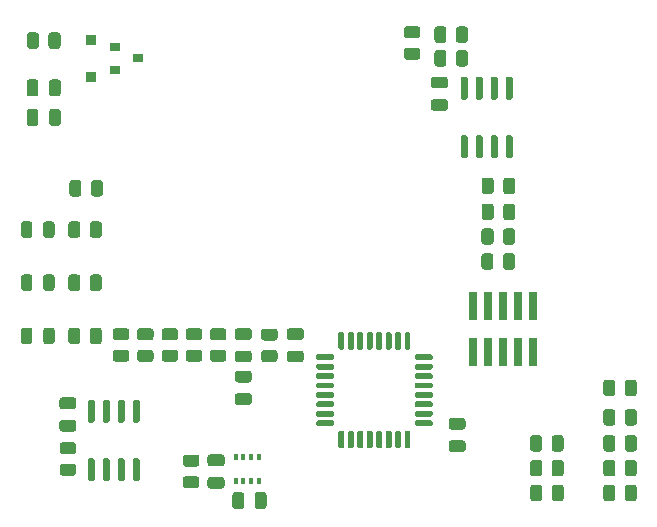
<source format=gtp>
G04 #@! TF.GenerationSoftware,KiCad,Pcbnew,(5.1.8)-1*
G04 #@! TF.CreationDate,2020-12-29T20:44:18-05:00*
G04 #@! TF.ProjectId,rpi_sensor_hat,7270695f-7365-46e7-936f-725f6861742e,rev?*
G04 #@! TF.SameCoordinates,Original*
G04 #@! TF.FileFunction,Paste,Top*
G04 #@! TF.FilePolarity,Positive*
%FSLAX46Y46*%
G04 Gerber Fmt 4.6, Leading zero omitted, Abs format (unit mm)*
G04 Created by KiCad (PCBNEW (5.1.8)-1) date 2020-12-29 20:44:18*
%MOMM*%
%LPD*%
G01*
G04 APERTURE LIST*
%ADD10R,0.740000X2.400000*%
%ADD11R,0.900000X0.800000*%
%ADD12R,0.950000X0.900000*%
%ADD13R,0.350000X0.500000*%
G04 APERTURE END LIST*
G36*
G01*
X61700000Y-70549999D02*
X61700000Y-71450001D01*
G75*
G02*
X61450001Y-71700000I-249999J0D01*
G01*
X60924999Y-71700000D01*
G75*
G02*
X60675000Y-71450001I0J249999D01*
G01*
X60675000Y-70549999D01*
G75*
G02*
X60924999Y-70300000I249999J0D01*
G01*
X61450001Y-70300000D01*
G75*
G02*
X61700000Y-70549999I0J-249999D01*
G01*
G37*
G36*
G01*
X63525000Y-70549999D02*
X63525000Y-71450001D01*
G75*
G02*
X63275001Y-71700000I-249999J0D01*
G01*
X62749999Y-71700000D01*
G75*
G02*
X62500000Y-71450001I0J249999D01*
G01*
X62500000Y-70549999D01*
G75*
G02*
X62749999Y-70300000I249999J0D01*
G01*
X63275001Y-70300000D01*
G75*
G02*
X63525000Y-70549999I0J-249999D01*
G01*
G37*
G36*
G01*
X72824999Y-84675000D02*
X73725001Y-84675000D01*
G75*
G02*
X73975000Y-84924999I0J-249999D01*
G01*
X73975000Y-85450001D01*
G75*
G02*
X73725001Y-85700000I-249999J0D01*
G01*
X72824999Y-85700000D01*
G75*
G02*
X72575000Y-85450001I0J249999D01*
G01*
X72575000Y-84924999D01*
G75*
G02*
X72824999Y-84675000I249999J0D01*
G01*
G37*
G36*
G01*
X72824999Y-82850000D02*
X73725001Y-82850000D01*
G75*
G02*
X73975000Y-83099999I0J-249999D01*
G01*
X73975000Y-83625001D01*
G75*
G02*
X73725001Y-83875000I-249999J0D01*
G01*
X72824999Y-83875000D01*
G75*
G02*
X72575000Y-83625001I0J249999D01*
G01*
X72575000Y-83099999D01*
G75*
G02*
X72824999Y-82850000I249999J0D01*
G01*
G37*
G36*
G01*
X61600000Y-83049999D02*
X61600000Y-83950001D01*
G75*
G02*
X61350001Y-84200000I-249999J0D01*
G01*
X60824999Y-84200000D01*
G75*
G02*
X60575000Y-83950001I0J249999D01*
G01*
X60575000Y-83049999D01*
G75*
G02*
X60824999Y-82800000I249999J0D01*
G01*
X61350001Y-82800000D01*
G75*
G02*
X61600000Y-83049999I0J-249999D01*
G01*
G37*
G36*
G01*
X63425000Y-83049999D02*
X63425000Y-83950001D01*
G75*
G02*
X63175001Y-84200000I-249999J0D01*
G01*
X62649999Y-84200000D01*
G75*
G02*
X62400000Y-83950001I0J249999D01*
G01*
X62400000Y-83049999D01*
G75*
G02*
X62649999Y-82800000I249999J0D01*
G01*
X63175001Y-82800000D01*
G75*
G02*
X63425000Y-83049999I0J-249999D01*
G01*
G37*
G36*
G01*
X61600000Y-78549999D02*
X61600000Y-79450001D01*
G75*
G02*
X61350001Y-79700000I-249999J0D01*
G01*
X60824999Y-79700000D01*
G75*
G02*
X60575000Y-79450001I0J249999D01*
G01*
X60575000Y-78549999D01*
G75*
G02*
X60824999Y-78300000I249999J0D01*
G01*
X61350001Y-78300000D01*
G75*
G02*
X61600000Y-78549999I0J-249999D01*
G01*
G37*
G36*
G01*
X63425000Y-78549999D02*
X63425000Y-79450001D01*
G75*
G02*
X63175001Y-79700000I-249999J0D01*
G01*
X62649999Y-79700000D01*
G75*
G02*
X62400000Y-79450001I0J249999D01*
G01*
X62400000Y-78549999D01*
G75*
G02*
X62649999Y-78300000I249999J0D01*
G01*
X63175001Y-78300000D01*
G75*
G02*
X63425000Y-78549999I0J-249999D01*
G01*
G37*
G36*
G01*
X77149999Y-84700000D02*
X78050001Y-84700000D01*
G75*
G02*
X78300000Y-84949999I0J-249999D01*
G01*
X78300000Y-85475001D01*
G75*
G02*
X78050001Y-85725000I-249999J0D01*
G01*
X77149999Y-85725000D01*
G75*
G02*
X76900000Y-85475001I0J249999D01*
G01*
X76900000Y-84949999D01*
G75*
G02*
X77149999Y-84700000I249999J0D01*
G01*
G37*
G36*
G01*
X77149999Y-82875000D02*
X78050001Y-82875000D01*
G75*
G02*
X78300000Y-83124999I0J-249999D01*
G01*
X78300000Y-83650001D01*
G75*
G02*
X78050001Y-83900000I-249999J0D01*
G01*
X77149999Y-83900000D01*
G75*
G02*
X76900000Y-83650001I0J249999D01*
G01*
X76900000Y-83124999D01*
G75*
G02*
X77149999Y-82875000I249999J0D01*
G01*
G37*
G36*
G01*
X100700000Y-96349999D02*
X100700000Y-97250001D01*
G75*
G02*
X100450001Y-97500000I-249999J0D01*
G01*
X99924999Y-97500000D01*
G75*
G02*
X99675000Y-97250001I0J249999D01*
G01*
X99675000Y-96349999D01*
G75*
G02*
X99924999Y-96100000I249999J0D01*
G01*
X100450001Y-96100000D01*
G75*
G02*
X100700000Y-96349999I0J-249999D01*
G01*
G37*
G36*
G01*
X102525000Y-96349999D02*
X102525000Y-97250001D01*
G75*
G02*
X102275001Y-97500000I-249999J0D01*
G01*
X101749999Y-97500000D01*
G75*
G02*
X101500000Y-97250001I0J249999D01*
G01*
X101500000Y-96349999D01*
G75*
G02*
X101749999Y-96100000I249999J0D01*
G01*
X102275001Y-96100000D01*
G75*
G02*
X102525000Y-96349999I0J-249999D01*
G01*
G37*
G36*
G01*
X106900000Y-96349999D02*
X106900000Y-97250001D01*
G75*
G02*
X106650001Y-97500000I-249999J0D01*
G01*
X106124999Y-97500000D01*
G75*
G02*
X105875000Y-97250001I0J249999D01*
G01*
X105875000Y-96349999D01*
G75*
G02*
X106124999Y-96100000I249999J0D01*
G01*
X106650001Y-96100000D01*
G75*
G02*
X106900000Y-96349999I0J-249999D01*
G01*
G37*
G36*
G01*
X108725000Y-96349999D02*
X108725000Y-97250001D01*
G75*
G02*
X108475001Y-97500000I-249999J0D01*
G01*
X107949999Y-97500000D01*
G75*
G02*
X107700000Y-97250001I0J249999D01*
G01*
X107700000Y-96349999D01*
G75*
G02*
X107949999Y-96100000I249999J0D01*
G01*
X108475001Y-96100000D01*
G75*
G02*
X108725000Y-96349999I0J-249999D01*
G01*
G37*
G36*
G01*
X97390000Y-75540001D02*
X97390000Y-74639999D01*
G75*
G02*
X97639999Y-74390000I249999J0D01*
G01*
X98165001Y-74390000D01*
G75*
G02*
X98415000Y-74639999I0J-249999D01*
G01*
X98415000Y-75540001D01*
G75*
G02*
X98165001Y-75790000I-249999J0D01*
G01*
X97639999Y-75790000D01*
G75*
G02*
X97390000Y-75540001I0J249999D01*
G01*
G37*
G36*
G01*
X95565000Y-75540001D02*
X95565000Y-74639999D01*
G75*
G02*
X95814999Y-74390000I249999J0D01*
G01*
X96340001Y-74390000D01*
G75*
G02*
X96590000Y-74639999I0J-249999D01*
G01*
X96590000Y-75540001D01*
G75*
G02*
X96340001Y-75790000I-249999J0D01*
G01*
X95814999Y-75790000D01*
G75*
G02*
X95565000Y-75540001I0J249999D01*
G01*
G37*
G36*
G01*
X97380000Y-77650001D02*
X97380000Y-76749999D01*
G75*
G02*
X97629999Y-76500000I249999J0D01*
G01*
X98155001Y-76500000D01*
G75*
G02*
X98405000Y-76749999I0J-249999D01*
G01*
X98405000Y-77650001D01*
G75*
G02*
X98155001Y-77900000I-249999J0D01*
G01*
X97629999Y-77900000D01*
G75*
G02*
X97380000Y-77650001I0J249999D01*
G01*
G37*
G36*
G01*
X95555000Y-77650001D02*
X95555000Y-76749999D01*
G75*
G02*
X95804999Y-76500000I249999J0D01*
G01*
X96330001Y-76500000D01*
G75*
G02*
X96580000Y-76749999I0J-249999D01*
G01*
X96580000Y-77650001D01*
G75*
G02*
X96330001Y-77900000I-249999J0D01*
G01*
X95804999Y-77900000D01*
G75*
G02*
X95555000Y-77650001I0J249999D01*
G01*
G37*
G36*
G01*
X100700000Y-94249999D02*
X100700000Y-95150001D01*
G75*
G02*
X100450001Y-95400000I-249999J0D01*
G01*
X99924999Y-95400000D01*
G75*
G02*
X99675000Y-95150001I0J249999D01*
G01*
X99675000Y-94249999D01*
G75*
G02*
X99924999Y-94000000I249999J0D01*
G01*
X100450001Y-94000000D01*
G75*
G02*
X100700000Y-94249999I0J-249999D01*
G01*
G37*
G36*
G01*
X102525000Y-94249999D02*
X102525000Y-95150001D01*
G75*
G02*
X102275001Y-95400000I-249999J0D01*
G01*
X101749999Y-95400000D01*
G75*
G02*
X101500000Y-95150001I0J249999D01*
G01*
X101500000Y-94249999D01*
G75*
G02*
X101749999Y-94000000I249999J0D01*
G01*
X102275001Y-94000000D01*
G75*
G02*
X102525000Y-94249999I0J-249999D01*
G01*
G37*
G36*
G01*
X106900000Y-94249999D02*
X106900000Y-95150001D01*
G75*
G02*
X106650001Y-95400000I-249999J0D01*
G01*
X106124999Y-95400000D01*
G75*
G02*
X105875000Y-95150001I0J249999D01*
G01*
X105875000Y-94249999D01*
G75*
G02*
X106124999Y-94000000I249999J0D01*
G01*
X106650001Y-94000000D01*
G75*
G02*
X106900000Y-94249999I0J-249999D01*
G01*
G37*
G36*
G01*
X108725000Y-94249999D02*
X108725000Y-95150001D01*
G75*
G02*
X108475001Y-95400000I-249999J0D01*
G01*
X107949999Y-95400000D01*
G75*
G02*
X107700000Y-95150001I0J249999D01*
G01*
X107700000Y-94249999D01*
G75*
G02*
X107949999Y-94000000I249999J0D01*
G01*
X108475001Y-94000000D01*
G75*
G02*
X108725000Y-94249999I0J-249999D01*
G01*
G37*
G36*
G01*
X96600000Y-70349999D02*
X96600000Y-71250001D01*
G75*
G02*
X96350001Y-71500000I-249999J0D01*
G01*
X95824999Y-71500000D01*
G75*
G02*
X95575000Y-71250001I0J249999D01*
G01*
X95575000Y-70349999D01*
G75*
G02*
X95824999Y-70100000I249999J0D01*
G01*
X96350001Y-70100000D01*
G75*
G02*
X96600000Y-70349999I0J-249999D01*
G01*
G37*
G36*
G01*
X98425000Y-70349999D02*
X98425000Y-71250001D01*
G75*
G02*
X98175001Y-71500000I-249999J0D01*
G01*
X97649999Y-71500000D01*
G75*
G02*
X97400000Y-71250001I0J249999D01*
G01*
X97400000Y-70349999D01*
G75*
G02*
X97649999Y-70100000I249999J0D01*
G01*
X98175001Y-70100000D01*
G75*
G02*
X98425000Y-70349999I0J-249999D01*
G01*
G37*
G36*
G01*
X97400000Y-73450001D02*
X97400000Y-72549999D01*
G75*
G02*
X97649999Y-72300000I249999J0D01*
G01*
X98175001Y-72300000D01*
G75*
G02*
X98425000Y-72549999I0J-249999D01*
G01*
X98425000Y-73450001D01*
G75*
G02*
X98175001Y-73700000I-249999J0D01*
G01*
X97649999Y-73700000D01*
G75*
G02*
X97400000Y-73450001I0J249999D01*
G01*
G37*
G36*
G01*
X95575000Y-73450001D02*
X95575000Y-72549999D01*
G75*
G02*
X95824999Y-72300000I249999J0D01*
G01*
X96350001Y-72300000D01*
G75*
G02*
X96600000Y-72549999I0J-249999D01*
G01*
X96600000Y-73450001D01*
G75*
G02*
X96350001Y-73700000I-249999J0D01*
G01*
X95824999Y-73700000D01*
G75*
G02*
X95575000Y-73450001I0J249999D01*
G01*
G37*
G36*
G01*
X100700000Y-92149999D02*
X100700000Y-93050001D01*
G75*
G02*
X100450001Y-93300000I-249999J0D01*
G01*
X99924999Y-93300000D01*
G75*
G02*
X99675000Y-93050001I0J249999D01*
G01*
X99675000Y-92149999D01*
G75*
G02*
X99924999Y-91900000I249999J0D01*
G01*
X100450001Y-91900000D01*
G75*
G02*
X100700000Y-92149999I0J-249999D01*
G01*
G37*
G36*
G01*
X102525000Y-92149999D02*
X102525000Y-93050001D01*
G75*
G02*
X102275001Y-93300000I-249999J0D01*
G01*
X101749999Y-93300000D01*
G75*
G02*
X101500000Y-93050001I0J249999D01*
G01*
X101500000Y-92149999D01*
G75*
G02*
X101749999Y-91900000I249999J0D01*
G01*
X102275001Y-91900000D01*
G75*
G02*
X102525000Y-92149999I0J-249999D01*
G01*
G37*
G36*
G01*
X106900000Y-92149999D02*
X106900000Y-93050001D01*
G75*
G02*
X106650001Y-93300000I-249999J0D01*
G01*
X106124999Y-93300000D01*
G75*
G02*
X105875000Y-93050001I0J249999D01*
G01*
X105875000Y-92149999D01*
G75*
G02*
X106124999Y-91900000I249999J0D01*
G01*
X106650001Y-91900000D01*
G75*
G02*
X106900000Y-92149999I0J-249999D01*
G01*
G37*
G36*
G01*
X108725000Y-92149999D02*
X108725000Y-93050001D01*
G75*
G02*
X108475001Y-93300000I-249999J0D01*
G01*
X107949999Y-93300000D01*
G75*
G02*
X107700000Y-93050001I0J249999D01*
G01*
X107700000Y-92149999D01*
G75*
G02*
X107949999Y-91900000I249999J0D01*
G01*
X108475001Y-91900000D01*
G75*
G02*
X108725000Y-92149999I0J-249999D01*
G01*
G37*
G36*
G01*
X60089999Y-94320000D02*
X60990001Y-94320000D01*
G75*
G02*
X61240000Y-94569999I0J-249999D01*
G01*
X61240000Y-95095001D01*
G75*
G02*
X60990001Y-95345000I-249999J0D01*
G01*
X60089999Y-95345000D01*
G75*
G02*
X59840000Y-95095001I0J249999D01*
G01*
X59840000Y-94569999D01*
G75*
G02*
X60089999Y-94320000I249999J0D01*
G01*
G37*
G36*
G01*
X60089999Y-92495000D02*
X60990001Y-92495000D01*
G75*
G02*
X61240000Y-92744999I0J-249999D01*
G01*
X61240000Y-93270001D01*
G75*
G02*
X60990001Y-93520000I-249999J0D01*
G01*
X60089999Y-93520000D01*
G75*
G02*
X59840000Y-93270001I0J249999D01*
G01*
X59840000Y-92744999D01*
G75*
G02*
X60089999Y-92495000I249999J0D01*
G01*
G37*
D10*
X99940000Y-80950000D03*
X99940000Y-84850000D03*
X98670000Y-80950000D03*
X98670000Y-84850000D03*
X97400000Y-80950000D03*
X97400000Y-84850000D03*
X96130000Y-80950000D03*
X96130000Y-84850000D03*
X94860000Y-80950000D03*
X94860000Y-84850000D03*
G36*
G01*
X58450000Y-83956250D02*
X58450000Y-83043750D01*
G75*
G02*
X58693750Y-82800000I243750J0D01*
G01*
X59181250Y-82800000D01*
G75*
G02*
X59425000Y-83043750I0J-243750D01*
G01*
X59425000Y-83956250D01*
G75*
G02*
X59181250Y-84200000I-243750J0D01*
G01*
X58693750Y-84200000D01*
G75*
G02*
X58450000Y-83956250I0J243750D01*
G01*
G37*
G36*
G01*
X56575000Y-83956250D02*
X56575000Y-83043750D01*
G75*
G02*
X56818750Y-82800000I243750J0D01*
G01*
X57306250Y-82800000D01*
G75*
G02*
X57550000Y-83043750I0J-243750D01*
G01*
X57550000Y-83956250D01*
G75*
G02*
X57306250Y-84200000I-243750J0D01*
G01*
X56818750Y-84200000D01*
G75*
G02*
X56575000Y-83956250I0J243750D01*
G01*
G37*
G36*
G01*
X58450000Y-79456250D02*
X58450000Y-78543750D01*
G75*
G02*
X58693750Y-78300000I243750J0D01*
G01*
X59181250Y-78300000D01*
G75*
G02*
X59425000Y-78543750I0J-243750D01*
G01*
X59425000Y-79456250D01*
G75*
G02*
X59181250Y-79700000I-243750J0D01*
G01*
X58693750Y-79700000D01*
G75*
G02*
X58450000Y-79456250I0J243750D01*
G01*
G37*
G36*
G01*
X56575000Y-79456250D02*
X56575000Y-78543750D01*
G75*
G02*
X56818750Y-78300000I243750J0D01*
G01*
X57306250Y-78300000D01*
G75*
G02*
X57550000Y-78543750I0J-243750D01*
G01*
X57550000Y-79456250D01*
G75*
G02*
X57306250Y-79700000I-243750J0D01*
G01*
X56818750Y-79700000D01*
G75*
G02*
X56575000Y-79456250I0J243750D01*
G01*
G37*
G36*
G01*
X75875000Y-83850000D02*
X74925000Y-83850000D01*
G75*
G02*
X74675000Y-83600000I0J250000D01*
G01*
X74675000Y-83100000D01*
G75*
G02*
X74925000Y-82850000I250000J0D01*
G01*
X75875000Y-82850000D01*
G75*
G02*
X76125000Y-83100000I0J-250000D01*
G01*
X76125000Y-83600000D01*
G75*
G02*
X75875000Y-83850000I-250000J0D01*
G01*
G37*
G36*
G01*
X75875000Y-85750000D02*
X74925000Y-85750000D01*
G75*
G02*
X74675000Y-85500000I0J250000D01*
G01*
X74675000Y-85000000D01*
G75*
G02*
X74925000Y-84750000I250000J0D01*
G01*
X75875000Y-84750000D01*
G75*
G02*
X76125000Y-85000000I0J-250000D01*
G01*
X76125000Y-85500000D01*
G75*
G02*
X75875000Y-85750000I-250000J0D01*
G01*
G37*
G36*
G01*
X83450000Y-84550000D02*
X83450000Y-83300000D01*
G75*
G02*
X83575000Y-83175000I125000J0D01*
G01*
X83825000Y-83175000D01*
G75*
G02*
X83950000Y-83300000I0J-125000D01*
G01*
X83950000Y-84550000D01*
G75*
G02*
X83825000Y-84675000I-125000J0D01*
G01*
X83575000Y-84675000D01*
G75*
G02*
X83450000Y-84550000I0J125000D01*
G01*
G37*
G36*
G01*
X84250000Y-84550000D02*
X84250000Y-83300000D01*
G75*
G02*
X84375000Y-83175000I125000J0D01*
G01*
X84625000Y-83175000D01*
G75*
G02*
X84750000Y-83300000I0J-125000D01*
G01*
X84750000Y-84550000D01*
G75*
G02*
X84625000Y-84675000I-125000J0D01*
G01*
X84375000Y-84675000D01*
G75*
G02*
X84250000Y-84550000I0J125000D01*
G01*
G37*
G36*
G01*
X85050000Y-84550000D02*
X85050000Y-83300000D01*
G75*
G02*
X85175000Y-83175000I125000J0D01*
G01*
X85425000Y-83175000D01*
G75*
G02*
X85550000Y-83300000I0J-125000D01*
G01*
X85550000Y-84550000D01*
G75*
G02*
X85425000Y-84675000I-125000J0D01*
G01*
X85175000Y-84675000D01*
G75*
G02*
X85050000Y-84550000I0J125000D01*
G01*
G37*
G36*
G01*
X85850000Y-84550000D02*
X85850000Y-83300000D01*
G75*
G02*
X85975000Y-83175000I125000J0D01*
G01*
X86225000Y-83175000D01*
G75*
G02*
X86350000Y-83300000I0J-125000D01*
G01*
X86350000Y-84550000D01*
G75*
G02*
X86225000Y-84675000I-125000J0D01*
G01*
X85975000Y-84675000D01*
G75*
G02*
X85850000Y-84550000I0J125000D01*
G01*
G37*
G36*
G01*
X86650000Y-84550000D02*
X86650000Y-83300000D01*
G75*
G02*
X86775000Y-83175000I125000J0D01*
G01*
X87025000Y-83175000D01*
G75*
G02*
X87150000Y-83300000I0J-125000D01*
G01*
X87150000Y-84550000D01*
G75*
G02*
X87025000Y-84675000I-125000J0D01*
G01*
X86775000Y-84675000D01*
G75*
G02*
X86650000Y-84550000I0J125000D01*
G01*
G37*
G36*
G01*
X87450000Y-84550000D02*
X87450000Y-83300000D01*
G75*
G02*
X87575000Y-83175000I125000J0D01*
G01*
X87825000Y-83175000D01*
G75*
G02*
X87950000Y-83300000I0J-125000D01*
G01*
X87950000Y-84550000D01*
G75*
G02*
X87825000Y-84675000I-125000J0D01*
G01*
X87575000Y-84675000D01*
G75*
G02*
X87450000Y-84550000I0J125000D01*
G01*
G37*
G36*
G01*
X88250000Y-84550000D02*
X88250000Y-83300000D01*
G75*
G02*
X88375000Y-83175000I125000J0D01*
G01*
X88625000Y-83175000D01*
G75*
G02*
X88750000Y-83300000I0J-125000D01*
G01*
X88750000Y-84550000D01*
G75*
G02*
X88625000Y-84675000I-125000J0D01*
G01*
X88375000Y-84675000D01*
G75*
G02*
X88250000Y-84550000I0J125000D01*
G01*
G37*
G36*
G01*
X89050000Y-84550000D02*
X89050000Y-83300000D01*
G75*
G02*
X89175000Y-83175000I125000J0D01*
G01*
X89425000Y-83175000D01*
G75*
G02*
X89550000Y-83300000I0J-125000D01*
G01*
X89550000Y-84550000D01*
G75*
G02*
X89425000Y-84675000I-125000J0D01*
G01*
X89175000Y-84675000D01*
G75*
G02*
X89050000Y-84550000I0J125000D01*
G01*
G37*
G36*
G01*
X89925000Y-85425000D02*
X89925000Y-85175000D01*
G75*
G02*
X90050000Y-85050000I125000J0D01*
G01*
X91300000Y-85050000D01*
G75*
G02*
X91425000Y-85175000I0J-125000D01*
G01*
X91425000Y-85425000D01*
G75*
G02*
X91300000Y-85550000I-125000J0D01*
G01*
X90050000Y-85550000D01*
G75*
G02*
X89925000Y-85425000I0J125000D01*
G01*
G37*
G36*
G01*
X89925000Y-86225000D02*
X89925000Y-85975000D01*
G75*
G02*
X90050000Y-85850000I125000J0D01*
G01*
X91300000Y-85850000D01*
G75*
G02*
X91425000Y-85975000I0J-125000D01*
G01*
X91425000Y-86225000D01*
G75*
G02*
X91300000Y-86350000I-125000J0D01*
G01*
X90050000Y-86350000D01*
G75*
G02*
X89925000Y-86225000I0J125000D01*
G01*
G37*
G36*
G01*
X89925000Y-87025000D02*
X89925000Y-86775000D01*
G75*
G02*
X90050000Y-86650000I125000J0D01*
G01*
X91300000Y-86650000D01*
G75*
G02*
X91425000Y-86775000I0J-125000D01*
G01*
X91425000Y-87025000D01*
G75*
G02*
X91300000Y-87150000I-125000J0D01*
G01*
X90050000Y-87150000D01*
G75*
G02*
X89925000Y-87025000I0J125000D01*
G01*
G37*
G36*
G01*
X89925000Y-87825000D02*
X89925000Y-87575000D01*
G75*
G02*
X90050000Y-87450000I125000J0D01*
G01*
X91300000Y-87450000D01*
G75*
G02*
X91425000Y-87575000I0J-125000D01*
G01*
X91425000Y-87825000D01*
G75*
G02*
X91300000Y-87950000I-125000J0D01*
G01*
X90050000Y-87950000D01*
G75*
G02*
X89925000Y-87825000I0J125000D01*
G01*
G37*
G36*
G01*
X89925000Y-88625000D02*
X89925000Y-88375000D01*
G75*
G02*
X90050000Y-88250000I125000J0D01*
G01*
X91300000Y-88250000D01*
G75*
G02*
X91425000Y-88375000I0J-125000D01*
G01*
X91425000Y-88625000D01*
G75*
G02*
X91300000Y-88750000I-125000J0D01*
G01*
X90050000Y-88750000D01*
G75*
G02*
X89925000Y-88625000I0J125000D01*
G01*
G37*
G36*
G01*
X89925000Y-89425000D02*
X89925000Y-89175000D01*
G75*
G02*
X90050000Y-89050000I125000J0D01*
G01*
X91300000Y-89050000D01*
G75*
G02*
X91425000Y-89175000I0J-125000D01*
G01*
X91425000Y-89425000D01*
G75*
G02*
X91300000Y-89550000I-125000J0D01*
G01*
X90050000Y-89550000D01*
G75*
G02*
X89925000Y-89425000I0J125000D01*
G01*
G37*
G36*
G01*
X89925000Y-90225000D02*
X89925000Y-89975000D01*
G75*
G02*
X90050000Y-89850000I125000J0D01*
G01*
X91300000Y-89850000D01*
G75*
G02*
X91425000Y-89975000I0J-125000D01*
G01*
X91425000Y-90225000D01*
G75*
G02*
X91300000Y-90350000I-125000J0D01*
G01*
X90050000Y-90350000D01*
G75*
G02*
X89925000Y-90225000I0J125000D01*
G01*
G37*
G36*
G01*
X89925000Y-91025000D02*
X89925000Y-90775000D01*
G75*
G02*
X90050000Y-90650000I125000J0D01*
G01*
X91300000Y-90650000D01*
G75*
G02*
X91425000Y-90775000I0J-125000D01*
G01*
X91425000Y-91025000D01*
G75*
G02*
X91300000Y-91150000I-125000J0D01*
G01*
X90050000Y-91150000D01*
G75*
G02*
X89925000Y-91025000I0J125000D01*
G01*
G37*
G36*
G01*
X89050000Y-92900000D02*
X89050000Y-91650000D01*
G75*
G02*
X89175000Y-91525000I125000J0D01*
G01*
X89425000Y-91525000D01*
G75*
G02*
X89550000Y-91650000I0J-125000D01*
G01*
X89550000Y-92900000D01*
G75*
G02*
X89425000Y-93025000I-125000J0D01*
G01*
X89175000Y-93025000D01*
G75*
G02*
X89050000Y-92900000I0J125000D01*
G01*
G37*
G36*
G01*
X88250000Y-92900000D02*
X88250000Y-91650000D01*
G75*
G02*
X88375000Y-91525000I125000J0D01*
G01*
X88625000Y-91525000D01*
G75*
G02*
X88750000Y-91650000I0J-125000D01*
G01*
X88750000Y-92900000D01*
G75*
G02*
X88625000Y-93025000I-125000J0D01*
G01*
X88375000Y-93025000D01*
G75*
G02*
X88250000Y-92900000I0J125000D01*
G01*
G37*
G36*
G01*
X87450000Y-92900000D02*
X87450000Y-91650000D01*
G75*
G02*
X87575000Y-91525000I125000J0D01*
G01*
X87825000Y-91525000D01*
G75*
G02*
X87950000Y-91650000I0J-125000D01*
G01*
X87950000Y-92900000D01*
G75*
G02*
X87825000Y-93025000I-125000J0D01*
G01*
X87575000Y-93025000D01*
G75*
G02*
X87450000Y-92900000I0J125000D01*
G01*
G37*
G36*
G01*
X86650000Y-92900000D02*
X86650000Y-91650000D01*
G75*
G02*
X86775000Y-91525000I125000J0D01*
G01*
X87025000Y-91525000D01*
G75*
G02*
X87150000Y-91650000I0J-125000D01*
G01*
X87150000Y-92900000D01*
G75*
G02*
X87025000Y-93025000I-125000J0D01*
G01*
X86775000Y-93025000D01*
G75*
G02*
X86650000Y-92900000I0J125000D01*
G01*
G37*
G36*
G01*
X85850000Y-92900000D02*
X85850000Y-91650000D01*
G75*
G02*
X85975000Y-91525000I125000J0D01*
G01*
X86225000Y-91525000D01*
G75*
G02*
X86350000Y-91650000I0J-125000D01*
G01*
X86350000Y-92900000D01*
G75*
G02*
X86225000Y-93025000I-125000J0D01*
G01*
X85975000Y-93025000D01*
G75*
G02*
X85850000Y-92900000I0J125000D01*
G01*
G37*
G36*
G01*
X85050000Y-92900000D02*
X85050000Y-91650000D01*
G75*
G02*
X85175000Y-91525000I125000J0D01*
G01*
X85425000Y-91525000D01*
G75*
G02*
X85550000Y-91650000I0J-125000D01*
G01*
X85550000Y-92900000D01*
G75*
G02*
X85425000Y-93025000I-125000J0D01*
G01*
X85175000Y-93025000D01*
G75*
G02*
X85050000Y-92900000I0J125000D01*
G01*
G37*
G36*
G01*
X84250000Y-92900000D02*
X84250000Y-91650000D01*
G75*
G02*
X84375000Y-91525000I125000J0D01*
G01*
X84625000Y-91525000D01*
G75*
G02*
X84750000Y-91650000I0J-125000D01*
G01*
X84750000Y-92900000D01*
G75*
G02*
X84625000Y-93025000I-125000J0D01*
G01*
X84375000Y-93025000D01*
G75*
G02*
X84250000Y-92900000I0J125000D01*
G01*
G37*
G36*
G01*
X83450000Y-92900000D02*
X83450000Y-91650000D01*
G75*
G02*
X83575000Y-91525000I125000J0D01*
G01*
X83825000Y-91525000D01*
G75*
G02*
X83950000Y-91650000I0J-125000D01*
G01*
X83950000Y-92900000D01*
G75*
G02*
X83825000Y-93025000I-125000J0D01*
G01*
X83575000Y-93025000D01*
G75*
G02*
X83450000Y-92900000I0J125000D01*
G01*
G37*
G36*
G01*
X81575000Y-91025000D02*
X81575000Y-90775000D01*
G75*
G02*
X81700000Y-90650000I125000J0D01*
G01*
X82950000Y-90650000D01*
G75*
G02*
X83075000Y-90775000I0J-125000D01*
G01*
X83075000Y-91025000D01*
G75*
G02*
X82950000Y-91150000I-125000J0D01*
G01*
X81700000Y-91150000D01*
G75*
G02*
X81575000Y-91025000I0J125000D01*
G01*
G37*
G36*
G01*
X81575000Y-90225000D02*
X81575000Y-89975000D01*
G75*
G02*
X81700000Y-89850000I125000J0D01*
G01*
X82950000Y-89850000D01*
G75*
G02*
X83075000Y-89975000I0J-125000D01*
G01*
X83075000Y-90225000D01*
G75*
G02*
X82950000Y-90350000I-125000J0D01*
G01*
X81700000Y-90350000D01*
G75*
G02*
X81575000Y-90225000I0J125000D01*
G01*
G37*
G36*
G01*
X81575000Y-89425000D02*
X81575000Y-89175000D01*
G75*
G02*
X81700000Y-89050000I125000J0D01*
G01*
X82950000Y-89050000D01*
G75*
G02*
X83075000Y-89175000I0J-125000D01*
G01*
X83075000Y-89425000D01*
G75*
G02*
X82950000Y-89550000I-125000J0D01*
G01*
X81700000Y-89550000D01*
G75*
G02*
X81575000Y-89425000I0J125000D01*
G01*
G37*
G36*
G01*
X81575000Y-88625000D02*
X81575000Y-88375000D01*
G75*
G02*
X81700000Y-88250000I125000J0D01*
G01*
X82950000Y-88250000D01*
G75*
G02*
X83075000Y-88375000I0J-125000D01*
G01*
X83075000Y-88625000D01*
G75*
G02*
X82950000Y-88750000I-125000J0D01*
G01*
X81700000Y-88750000D01*
G75*
G02*
X81575000Y-88625000I0J125000D01*
G01*
G37*
G36*
G01*
X81575000Y-87825000D02*
X81575000Y-87575000D01*
G75*
G02*
X81700000Y-87450000I125000J0D01*
G01*
X82950000Y-87450000D01*
G75*
G02*
X83075000Y-87575000I0J-125000D01*
G01*
X83075000Y-87825000D01*
G75*
G02*
X82950000Y-87950000I-125000J0D01*
G01*
X81700000Y-87950000D01*
G75*
G02*
X81575000Y-87825000I0J125000D01*
G01*
G37*
G36*
G01*
X81575000Y-87025000D02*
X81575000Y-86775000D01*
G75*
G02*
X81700000Y-86650000I125000J0D01*
G01*
X82950000Y-86650000D01*
G75*
G02*
X83075000Y-86775000I0J-125000D01*
G01*
X83075000Y-87025000D01*
G75*
G02*
X82950000Y-87150000I-125000J0D01*
G01*
X81700000Y-87150000D01*
G75*
G02*
X81575000Y-87025000I0J125000D01*
G01*
G37*
G36*
G01*
X81575000Y-86225000D02*
X81575000Y-85975000D01*
G75*
G02*
X81700000Y-85850000I125000J0D01*
G01*
X82950000Y-85850000D01*
G75*
G02*
X83075000Y-85975000I0J-125000D01*
G01*
X83075000Y-86225000D01*
G75*
G02*
X82950000Y-86350000I-125000J0D01*
G01*
X81700000Y-86350000D01*
G75*
G02*
X81575000Y-86225000I0J125000D01*
G01*
G37*
G36*
G01*
X81575000Y-85425000D02*
X81575000Y-85175000D01*
G75*
G02*
X81700000Y-85050000I125000J0D01*
G01*
X82950000Y-85050000D01*
G75*
G02*
X83075000Y-85175000I0J-125000D01*
G01*
X83075000Y-85425000D01*
G75*
G02*
X82950000Y-85550000I-125000J0D01*
G01*
X81700000Y-85550000D01*
G75*
G02*
X81575000Y-85425000I0J125000D01*
G01*
G37*
G36*
G01*
X62675000Y-90860000D02*
X62375000Y-90860000D01*
G75*
G02*
X62225000Y-90710000I0J150000D01*
G01*
X62225000Y-89060000D01*
G75*
G02*
X62375000Y-88910000I150000J0D01*
G01*
X62675000Y-88910000D01*
G75*
G02*
X62825000Y-89060000I0J-150000D01*
G01*
X62825000Y-90710000D01*
G75*
G02*
X62675000Y-90860000I-150000J0D01*
G01*
G37*
G36*
G01*
X63945000Y-90860000D02*
X63645000Y-90860000D01*
G75*
G02*
X63495000Y-90710000I0J150000D01*
G01*
X63495000Y-89060000D01*
G75*
G02*
X63645000Y-88910000I150000J0D01*
G01*
X63945000Y-88910000D01*
G75*
G02*
X64095000Y-89060000I0J-150000D01*
G01*
X64095000Y-90710000D01*
G75*
G02*
X63945000Y-90860000I-150000J0D01*
G01*
G37*
G36*
G01*
X65215000Y-90860000D02*
X64915000Y-90860000D01*
G75*
G02*
X64765000Y-90710000I0J150000D01*
G01*
X64765000Y-89060000D01*
G75*
G02*
X64915000Y-88910000I150000J0D01*
G01*
X65215000Y-88910000D01*
G75*
G02*
X65365000Y-89060000I0J-150000D01*
G01*
X65365000Y-90710000D01*
G75*
G02*
X65215000Y-90860000I-150000J0D01*
G01*
G37*
G36*
G01*
X66485000Y-90860000D02*
X66185000Y-90860000D01*
G75*
G02*
X66035000Y-90710000I0J150000D01*
G01*
X66035000Y-89060000D01*
G75*
G02*
X66185000Y-88910000I150000J0D01*
G01*
X66485000Y-88910000D01*
G75*
G02*
X66635000Y-89060000I0J-150000D01*
G01*
X66635000Y-90710000D01*
G75*
G02*
X66485000Y-90860000I-150000J0D01*
G01*
G37*
G36*
G01*
X66485000Y-95810000D02*
X66185000Y-95810000D01*
G75*
G02*
X66035000Y-95660000I0J150000D01*
G01*
X66035000Y-94010000D01*
G75*
G02*
X66185000Y-93860000I150000J0D01*
G01*
X66485000Y-93860000D01*
G75*
G02*
X66635000Y-94010000I0J-150000D01*
G01*
X66635000Y-95660000D01*
G75*
G02*
X66485000Y-95810000I-150000J0D01*
G01*
G37*
G36*
G01*
X65215000Y-95810000D02*
X64915000Y-95810000D01*
G75*
G02*
X64765000Y-95660000I0J150000D01*
G01*
X64765000Y-94010000D01*
G75*
G02*
X64915000Y-93860000I150000J0D01*
G01*
X65215000Y-93860000D01*
G75*
G02*
X65365000Y-94010000I0J-150000D01*
G01*
X65365000Y-95660000D01*
G75*
G02*
X65215000Y-95810000I-150000J0D01*
G01*
G37*
G36*
G01*
X63945000Y-95810000D02*
X63645000Y-95810000D01*
G75*
G02*
X63495000Y-95660000I0J150000D01*
G01*
X63495000Y-94010000D01*
G75*
G02*
X63645000Y-93860000I150000J0D01*
G01*
X63945000Y-93860000D01*
G75*
G02*
X64095000Y-94010000I0J-150000D01*
G01*
X64095000Y-95660000D01*
G75*
G02*
X63945000Y-95810000I-150000J0D01*
G01*
G37*
G36*
G01*
X62675000Y-95810000D02*
X62375000Y-95810000D01*
G75*
G02*
X62225000Y-95660000I0J150000D01*
G01*
X62225000Y-94010000D01*
G75*
G02*
X62375000Y-93860000I150000J0D01*
G01*
X62675000Y-93860000D01*
G75*
G02*
X62825000Y-94010000I0J-150000D01*
G01*
X62825000Y-95660000D01*
G75*
G02*
X62675000Y-95810000I-150000J0D01*
G01*
G37*
G36*
G01*
X94245000Y-63500000D02*
X93945000Y-63500000D01*
G75*
G02*
X93795000Y-63350000I0J150000D01*
G01*
X93795000Y-61700000D01*
G75*
G02*
X93945000Y-61550000I150000J0D01*
G01*
X94245000Y-61550000D01*
G75*
G02*
X94395000Y-61700000I0J-150000D01*
G01*
X94395000Y-63350000D01*
G75*
G02*
X94245000Y-63500000I-150000J0D01*
G01*
G37*
G36*
G01*
X95515000Y-63500000D02*
X95215000Y-63500000D01*
G75*
G02*
X95065000Y-63350000I0J150000D01*
G01*
X95065000Y-61700000D01*
G75*
G02*
X95215000Y-61550000I150000J0D01*
G01*
X95515000Y-61550000D01*
G75*
G02*
X95665000Y-61700000I0J-150000D01*
G01*
X95665000Y-63350000D01*
G75*
G02*
X95515000Y-63500000I-150000J0D01*
G01*
G37*
G36*
G01*
X96785000Y-63500000D02*
X96485000Y-63500000D01*
G75*
G02*
X96335000Y-63350000I0J150000D01*
G01*
X96335000Y-61700000D01*
G75*
G02*
X96485000Y-61550000I150000J0D01*
G01*
X96785000Y-61550000D01*
G75*
G02*
X96935000Y-61700000I0J-150000D01*
G01*
X96935000Y-63350000D01*
G75*
G02*
X96785000Y-63500000I-150000J0D01*
G01*
G37*
G36*
G01*
X98055000Y-63500000D02*
X97755000Y-63500000D01*
G75*
G02*
X97605000Y-63350000I0J150000D01*
G01*
X97605000Y-61700000D01*
G75*
G02*
X97755000Y-61550000I150000J0D01*
G01*
X98055000Y-61550000D01*
G75*
G02*
X98205000Y-61700000I0J-150000D01*
G01*
X98205000Y-63350000D01*
G75*
G02*
X98055000Y-63500000I-150000J0D01*
G01*
G37*
G36*
G01*
X98055000Y-68450000D02*
X97755000Y-68450000D01*
G75*
G02*
X97605000Y-68300000I0J150000D01*
G01*
X97605000Y-66650000D01*
G75*
G02*
X97755000Y-66500000I150000J0D01*
G01*
X98055000Y-66500000D01*
G75*
G02*
X98205000Y-66650000I0J-150000D01*
G01*
X98205000Y-68300000D01*
G75*
G02*
X98055000Y-68450000I-150000J0D01*
G01*
G37*
G36*
G01*
X96785000Y-68450000D02*
X96485000Y-68450000D01*
G75*
G02*
X96335000Y-68300000I0J150000D01*
G01*
X96335000Y-66650000D01*
G75*
G02*
X96485000Y-66500000I150000J0D01*
G01*
X96785000Y-66500000D01*
G75*
G02*
X96935000Y-66650000I0J-150000D01*
G01*
X96935000Y-68300000D01*
G75*
G02*
X96785000Y-68450000I-150000J0D01*
G01*
G37*
G36*
G01*
X95515000Y-68450000D02*
X95215000Y-68450000D01*
G75*
G02*
X95065000Y-68300000I0J150000D01*
G01*
X95065000Y-66650000D01*
G75*
G02*
X95215000Y-66500000I150000J0D01*
G01*
X95515000Y-66500000D01*
G75*
G02*
X95665000Y-66650000I0J-150000D01*
G01*
X95665000Y-68300000D01*
G75*
G02*
X95515000Y-68450000I-150000J0D01*
G01*
G37*
G36*
G01*
X94245000Y-68450000D02*
X93945000Y-68450000D01*
G75*
G02*
X93795000Y-68300000I0J150000D01*
G01*
X93795000Y-66650000D01*
G75*
G02*
X93945000Y-66500000I150000J0D01*
G01*
X94245000Y-66500000D01*
G75*
G02*
X94395000Y-66650000I0J-150000D01*
G01*
X94395000Y-68300000D01*
G75*
G02*
X94245000Y-68450000I-150000J0D01*
G01*
G37*
G36*
G01*
X68724999Y-84675000D02*
X69625001Y-84675000D01*
G75*
G02*
X69875000Y-84924999I0J-249999D01*
G01*
X69875000Y-85450001D01*
G75*
G02*
X69625001Y-85700000I-249999J0D01*
G01*
X68724999Y-85700000D01*
G75*
G02*
X68475000Y-85450001I0J249999D01*
G01*
X68475000Y-84924999D01*
G75*
G02*
X68724999Y-84675000I249999J0D01*
G01*
G37*
G36*
G01*
X68724999Y-82850000D02*
X69625001Y-82850000D01*
G75*
G02*
X69875000Y-83099999I0J-249999D01*
G01*
X69875000Y-83625001D01*
G75*
G02*
X69625001Y-83875000I-249999J0D01*
G01*
X68724999Y-83875000D01*
G75*
G02*
X68475000Y-83625001I0J249999D01*
G01*
X68475000Y-83099999D01*
G75*
G02*
X68724999Y-82850000I249999J0D01*
G01*
G37*
G36*
G01*
X70774999Y-84675000D02*
X71675001Y-84675000D01*
G75*
G02*
X71925000Y-84924999I0J-249999D01*
G01*
X71925000Y-85450001D01*
G75*
G02*
X71675001Y-85700000I-249999J0D01*
G01*
X70774999Y-85700000D01*
G75*
G02*
X70525000Y-85450001I0J249999D01*
G01*
X70525000Y-84924999D01*
G75*
G02*
X70774999Y-84675000I249999J0D01*
G01*
G37*
G36*
G01*
X70774999Y-82850000D02*
X71675001Y-82850000D01*
G75*
G02*
X71925000Y-83099999I0J-249999D01*
G01*
X71925000Y-83625001D01*
G75*
G02*
X71675001Y-83875000I-249999J0D01*
G01*
X70774999Y-83875000D01*
G75*
G02*
X70525000Y-83625001I0J249999D01*
G01*
X70525000Y-83099999D01*
G75*
G02*
X70774999Y-82850000I249999J0D01*
G01*
G37*
G36*
G01*
X67550001Y-83875000D02*
X66649999Y-83875000D01*
G75*
G02*
X66400000Y-83625001I0J249999D01*
G01*
X66400000Y-83099999D01*
G75*
G02*
X66649999Y-82850000I249999J0D01*
G01*
X67550001Y-82850000D01*
G75*
G02*
X67800000Y-83099999I0J-249999D01*
G01*
X67800000Y-83625001D01*
G75*
G02*
X67550001Y-83875000I-249999J0D01*
G01*
G37*
G36*
G01*
X67550001Y-85700000D02*
X66649999Y-85700000D01*
G75*
G02*
X66400000Y-85450001I0J249999D01*
G01*
X66400000Y-84924999D01*
G75*
G02*
X66649999Y-84675000I249999J0D01*
G01*
X67550001Y-84675000D01*
G75*
G02*
X67800000Y-84924999I0J-249999D01*
G01*
X67800000Y-85450001D01*
G75*
G02*
X67550001Y-85700000I-249999J0D01*
G01*
G37*
G36*
G01*
X65500001Y-83875000D02*
X64599999Y-83875000D01*
G75*
G02*
X64350000Y-83625001I0J249999D01*
G01*
X64350000Y-83099999D01*
G75*
G02*
X64599999Y-82850000I249999J0D01*
G01*
X65500001Y-82850000D01*
G75*
G02*
X65750000Y-83099999I0J-249999D01*
G01*
X65750000Y-83625001D01*
G75*
G02*
X65500001Y-83875000I-249999J0D01*
G01*
G37*
G36*
G01*
X65500001Y-85700000D02*
X64599999Y-85700000D01*
G75*
G02*
X64350000Y-85450001I0J249999D01*
G01*
X64350000Y-84924999D01*
G75*
G02*
X64599999Y-84675000I249999J0D01*
G01*
X65500001Y-84675000D01*
G75*
G02*
X65750000Y-84924999I0J-249999D01*
G01*
X65750000Y-85450001D01*
G75*
G02*
X65500001Y-85700000I-249999J0D01*
G01*
G37*
G36*
G01*
X61600000Y-74049999D02*
X61600000Y-74950001D01*
G75*
G02*
X61350001Y-75200000I-249999J0D01*
G01*
X60824999Y-75200000D01*
G75*
G02*
X60575000Y-74950001I0J249999D01*
G01*
X60575000Y-74049999D01*
G75*
G02*
X60824999Y-73800000I249999J0D01*
G01*
X61350001Y-73800000D01*
G75*
G02*
X61600000Y-74049999I0J-249999D01*
G01*
G37*
G36*
G01*
X63425000Y-74049999D02*
X63425000Y-74950001D01*
G75*
G02*
X63175001Y-75200000I-249999J0D01*
G01*
X62649999Y-75200000D01*
G75*
G02*
X62400000Y-74950001I0J249999D01*
G01*
X62400000Y-74049999D01*
G75*
G02*
X62649999Y-73800000I249999J0D01*
G01*
X63175001Y-73800000D01*
G75*
G02*
X63425000Y-74049999I0J-249999D01*
G01*
G37*
G36*
G01*
X71430001Y-94570000D02*
X70529999Y-94570000D01*
G75*
G02*
X70280000Y-94320001I0J249999D01*
G01*
X70280000Y-93794999D01*
G75*
G02*
X70529999Y-93545000I249999J0D01*
G01*
X71430001Y-93545000D01*
G75*
G02*
X71680000Y-93794999I0J-249999D01*
G01*
X71680000Y-94320001D01*
G75*
G02*
X71430001Y-94570000I-249999J0D01*
G01*
G37*
G36*
G01*
X71430001Y-96395000D02*
X70529999Y-96395000D01*
G75*
G02*
X70280000Y-96145001I0J249999D01*
G01*
X70280000Y-95619999D01*
G75*
G02*
X70529999Y-95370000I249999J0D01*
G01*
X71430001Y-95370000D01*
G75*
G02*
X71680000Y-95619999I0J-249999D01*
G01*
X71680000Y-96145001D01*
G75*
G02*
X71430001Y-96395000I-249999J0D01*
G01*
G37*
G36*
G01*
X106900000Y-89949999D02*
X106900000Y-90850001D01*
G75*
G02*
X106650001Y-91100000I-249999J0D01*
G01*
X106124999Y-91100000D01*
G75*
G02*
X105875000Y-90850001I0J249999D01*
G01*
X105875000Y-89949999D01*
G75*
G02*
X106124999Y-89700000I249999J0D01*
G01*
X106650001Y-89700000D01*
G75*
G02*
X106900000Y-89949999I0J-249999D01*
G01*
G37*
G36*
G01*
X108725000Y-89949999D02*
X108725000Y-90850001D01*
G75*
G02*
X108475001Y-91100000I-249999J0D01*
G01*
X107949999Y-91100000D01*
G75*
G02*
X107700000Y-90850001I0J249999D01*
G01*
X107700000Y-89949999D01*
G75*
G02*
X107949999Y-89700000I249999J0D01*
G01*
X108475001Y-89700000D01*
G75*
G02*
X108725000Y-89949999I0J-249999D01*
G01*
G37*
G36*
G01*
X106900000Y-87449999D02*
X106900000Y-88350001D01*
G75*
G02*
X106650001Y-88600000I-249999J0D01*
G01*
X106124999Y-88600000D01*
G75*
G02*
X105875000Y-88350001I0J249999D01*
G01*
X105875000Y-87449999D01*
G75*
G02*
X106124999Y-87200000I249999J0D01*
G01*
X106650001Y-87200000D01*
G75*
G02*
X106900000Y-87449999I0J-249999D01*
G01*
G37*
G36*
G01*
X108725000Y-87449999D02*
X108725000Y-88350001D01*
G75*
G02*
X108475001Y-88600000I-249999J0D01*
G01*
X107949999Y-88600000D01*
G75*
G02*
X107700000Y-88350001I0J249999D01*
G01*
X107700000Y-87449999D01*
G75*
G02*
X107949999Y-87200000I249999J0D01*
G01*
X108475001Y-87200000D01*
G75*
G02*
X108725000Y-87449999I0J-249999D01*
G01*
G37*
G36*
G01*
X93400000Y-58450001D02*
X93400000Y-57549999D01*
G75*
G02*
X93649999Y-57300000I249999J0D01*
G01*
X94175001Y-57300000D01*
G75*
G02*
X94425000Y-57549999I0J-249999D01*
G01*
X94425000Y-58450001D01*
G75*
G02*
X94175001Y-58700000I-249999J0D01*
G01*
X93649999Y-58700000D01*
G75*
G02*
X93400000Y-58450001I0J249999D01*
G01*
G37*
G36*
G01*
X91575000Y-58450001D02*
X91575000Y-57549999D01*
G75*
G02*
X91824999Y-57300000I249999J0D01*
G01*
X92350001Y-57300000D01*
G75*
G02*
X92600000Y-57549999I0J-249999D01*
G01*
X92600000Y-58450001D01*
G75*
G02*
X92350001Y-58700000I-249999J0D01*
G01*
X91824999Y-58700000D01*
G75*
G02*
X91575000Y-58450001I0J249999D01*
G01*
G37*
G36*
G01*
X93400000Y-60450001D02*
X93400000Y-59549999D01*
G75*
G02*
X93649999Y-59300000I249999J0D01*
G01*
X94175001Y-59300000D01*
G75*
G02*
X94425000Y-59549999I0J-249999D01*
G01*
X94425000Y-60450001D01*
G75*
G02*
X94175001Y-60700000I-249999J0D01*
G01*
X93649999Y-60700000D01*
G75*
G02*
X93400000Y-60450001I0J249999D01*
G01*
G37*
G36*
G01*
X91575000Y-60450001D02*
X91575000Y-59549999D01*
G75*
G02*
X91824999Y-59300000I249999J0D01*
G01*
X92350001Y-59300000D01*
G75*
G02*
X92600000Y-59549999I0J-249999D01*
G01*
X92600000Y-60450001D01*
G75*
G02*
X92350001Y-60700000I-249999J0D01*
G01*
X91824999Y-60700000D01*
G75*
G02*
X91575000Y-60450001I0J249999D01*
G01*
G37*
G36*
G01*
X89249999Y-59100000D02*
X90150001Y-59100000D01*
G75*
G02*
X90400000Y-59349999I0J-249999D01*
G01*
X90400000Y-59875001D01*
G75*
G02*
X90150001Y-60125000I-249999J0D01*
G01*
X89249999Y-60125000D01*
G75*
G02*
X89000000Y-59875001I0J249999D01*
G01*
X89000000Y-59349999D01*
G75*
G02*
X89249999Y-59100000I249999J0D01*
G01*
G37*
G36*
G01*
X89249999Y-57275000D02*
X90150001Y-57275000D01*
G75*
G02*
X90400000Y-57524999I0J-249999D01*
G01*
X90400000Y-58050001D01*
G75*
G02*
X90150001Y-58300000I-249999J0D01*
G01*
X89249999Y-58300000D01*
G75*
G02*
X89000000Y-58050001I0J249999D01*
G01*
X89000000Y-57524999D01*
G75*
G02*
X89249999Y-57275000I249999J0D01*
G01*
G37*
G36*
G01*
X58100000Y-58049999D02*
X58100000Y-58950001D01*
G75*
G02*
X57850001Y-59200000I-249999J0D01*
G01*
X57324999Y-59200000D01*
G75*
G02*
X57075000Y-58950001I0J249999D01*
G01*
X57075000Y-58049999D01*
G75*
G02*
X57324999Y-57800000I249999J0D01*
G01*
X57850001Y-57800000D01*
G75*
G02*
X58100000Y-58049999I0J-249999D01*
G01*
G37*
G36*
G01*
X59925000Y-58049999D02*
X59925000Y-58950001D01*
G75*
G02*
X59675001Y-59200000I-249999J0D01*
G01*
X59149999Y-59200000D01*
G75*
G02*
X58900000Y-58950001I0J249999D01*
G01*
X58900000Y-58049999D01*
G75*
G02*
X59149999Y-57800000I249999J0D01*
G01*
X59675001Y-57800000D01*
G75*
G02*
X59925000Y-58049999I0J-249999D01*
G01*
G37*
D11*
X66500000Y-60000000D03*
X64500000Y-60950000D03*
X64500000Y-59050000D03*
G36*
G01*
X58450000Y-74956250D02*
X58450000Y-74043750D01*
G75*
G02*
X58693750Y-73800000I243750J0D01*
G01*
X59181250Y-73800000D01*
G75*
G02*
X59425000Y-74043750I0J-243750D01*
G01*
X59425000Y-74956250D01*
G75*
G02*
X59181250Y-75200000I-243750J0D01*
G01*
X58693750Y-75200000D01*
G75*
G02*
X58450000Y-74956250I0J243750D01*
G01*
G37*
G36*
G01*
X56575000Y-74956250D02*
X56575000Y-74043750D01*
G75*
G02*
X56818750Y-73800000I243750J0D01*
G01*
X57306250Y-73800000D01*
G75*
G02*
X57550000Y-74043750I0J-243750D01*
G01*
X57550000Y-74956250D01*
G75*
G02*
X57306250Y-75200000I-243750J0D01*
G01*
X56818750Y-75200000D01*
G75*
G02*
X56575000Y-74956250I0J243750D01*
G01*
G37*
D12*
X62500000Y-58425000D03*
X62500000Y-61575000D03*
G36*
G01*
X93025000Y-92350000D02*
X93975000Y-92350000D01*
G75*
G02*
X94225000Y-92600000I0J-250000D01*
G01*
X94225000Y-93100000D01*
G75*
G02*
X93975000Y-93350000I-250000J0D01*
G01*
X93025000Y-93350000D01*
G75*
G02*
X92775000Y-93100000I0J250000D01*
G01*
X92775000Y-92600000D01*
G75*
G02*
X93025000Y-92350000I250000J0D01*
G01*
G37*
G36*
G01*
X93025000Y-90450000D02*
X93975000Y-90450000D01*
G75*
G02*
X94225000Y-90700000I0J-250000D01*
G01*
X94225000Y-91200000D01*
G75*
G02*
X93975000Y-91450000I-250000J0D01*
G01*
X93025000Y-91450000D01*
G75*
G02*
X92775000Y-91200000I0J250000D01*
G01*
X92775000Y-90700000D01*
G75*
G02*
X93025000Y-90450000I250000J0D01*
G01*
G37*
G36*
G01*
X75875000Y-87450000D02*
X74925000Y-87450000D01*
G75*
G02*
X74675000Y-87200000I0J250000D01*
G01*
X74675000Y-86700000D01*
G75*
G02*
X74925000Y-86450000I250000J0D01*
G01*
X75875000Y-86450000D01*
G75*
G02*
X76125000Y-86700000I0J-250000D01*
G01*
X76125000Y-87200000D01*
G75*
G02*
X75875000Y-87450000I-250000J0D01*
G01*
G37*
G36*
G01*
X75875000Y-89350000D02*
X74925000Y-89350000D01*
G75*
G02*
X74675000Y-89100000I0J250000D01*
G01*
X74675000Y-88600000D01*
G75*
G02*
X74925000Y-88350000I250000J0D01*
G01*
X75875000Y-88350000D01*
G75*
G02*
X76125000Y-88600000I0J-250000D01*
G01*
X76125000Y-89100000D01*
G75*
G02*
X75875000Y-89350000I-250000J0D01*
G01*
G37*
G36*
G01*
X80275000Y-83850000D02*
X79325000Y-83850000D01*
G75*
G02*
X79075000Y-83600000I0J250000D01*
G01*
X79075000Y-83100000D01*
G75*
G02*
X79325000Y-82850000I250000J0D01*
G01*
X80275000Y-82850000D01*
G75*
G02*
X80525000Y-83100000I0J-250000D01*
G01*
X80525000Y-83600000D01*
G75*
G02*
X80275000Y-83850000I-250000J0D01*
G01*
G37*
G36*
G01*
X80275000Y-85750000D02*
X79325000Y-85750000D01*
G75*
G02*
X79075000Y-85500000I0J250000D01*
G01*
X79075000Y-85000000D01*
G75*
G02*
X79325000Y-84750000I250000J0D01*
G01*
X80275000Y-84750000D01*
G75*
G02*
X80525000Y-85000000I0J-250000D01*
G01*
X80525000Y-85500000D01*
G75*
G02*
X80275000Y-85750000I-250000J0D01*
G01*
G37*
G36*
G01*
X61015000Y-89710000D02*
X60065000Y-89710000D01*
G75*
G02*
X59815000Y-89460000I0J250000D01*
G01*
X59815000Y-88960000D01*
G75*
G02*
X60065000Y-88710000I250000J0D01*
G01*
X61015000Y-88710000D01*
G75*
G02*
X61265000Y-88960000I0J-250000D01*
G01*
X61265000Y-89460000D01*
G75*
G02*
X61015000Y-89710000I-250000J0D01*
G01*
G37*
G36*
G01*
X61015000Y-91610000D02*
X60065000Y-91610000D01*
G75*
G02*
X59815000Y-91360000I0J250000D01*
G01*
X59815000Y-90860000D01*
G75*
G02*
X60065000Y-90610000I250000J0D01*
G01*
X61015000Y-90610000D01*
G75*
G02*
X61265000Y-90860000I0J-250000D01*
G01*
X61265000Y-91360000D01*
G75*
G02*
X61015000Y-91610000I-250000J0D01*
G01*
G37*
G36*
G01*
X75470000Y-96965000D02*
X75470000Y-97915000D01*
G75*
G02*
X75220000Y-98165000I-250000J0D01*
G01*
X74720000Y-98165000D01*
G75*
G02*
X74470000Y-97915000I0J250000D01*
G01*
X74470000Y-96965000D01*
G75*
G02*
X74720000Y-96715000I250000J0D01*
G01*
X75220000Y-96715000D01*
G75*
G02*
X75470000Y-96965000I0J-250000D01*
G01*
G37*
G36*
G01*
X77370000Y-96965000D02*
X77370000Y-97915000D01*
G75*
G02*
X77120000Y-98165000I-250000J0D01*
G01*
X76620000Y-98165000D01*
G75*
G02*
X76370000Y-97915000I0J250000D01*
G01*
X76370000Y-96965000D01*
G75*
G02*
X76620000Y-96715000I250000J0D01*
G01*
X77120000Y-96715000D01*
G75*
G02*
X77370000Y-96965000I0J-250000D01*
G01*
G37*
G36*
G01*
X73565000Y-94540000D02*
X72615000Y-94540000D01*
G75*
G02*
X72365000Y-94290000I0J250000D01*
G01*
X72365000Y-93790000D01*
G75*
G02*
X72615000Y-93540000I250000J0D01*
G01*
X73565000Y-93540000D01*
G75*
G02*
X73815000Y-93790000I0J-250000D01*
G01*
X73815000Y-94290000D01*
G75*
G02*
X73565000Y-94540000I-250000J0D01*
G01*
G37*
G36*
G01*
X73565000Y-96440000D02*
X72615000Y-96440000D01*
G75*
G02*
X72365000Y-96190000I0J250000D01*
G01*
X72365000Y-95690000D01*
G75*
G02*
X72615000Y-95440000I250000J0D01*
G01*
X73565000Y-95440000D01*
G75*
G02*
X73815000Y-95690000I0J-250000D01*
G01*
X73815000Y-96190000D01*
G75*
G02*
X73565000Y-96440000I-250000J0D01*
G01*
G37*
G36*
G01*
X91525000Y-63450000D02*
X92475000Y-63450000D01*
G75*
G02*
X92725000Y-63700000I0J-250000D01*
G01*
X92725000Y-64200000D01*
G75*
G02*
X92475000Y-64450000I-250000J0D01*
G01*
X91525000Y-64450000D01*
G75*
G02*
X91275000Y-64200000I0J250000D01*
G01*
X91275000Y-63700000D01*
G75*
G02*
X91525000Y-63450000I250000J0D01*
G01*
G37*
G36*
G01*
X91525000Y-61550000D02*
X92475000Y-61550000D01*
G75*
G02*
X92725000Y-61800000I0J-250000D01*
G01*
X92725000Y-62300000D01*
G75*
G02*
X92475000Y-62550000I-250000J0D01*
G01*
X91525000Y-62550000D01*
G75*
G02*
X91275000Y-62300000I0J250000D01*
G01*
X91275000Y-61800000D01*
G75*
G02*
X91525000Y-61550000I250000J0D01*
G01*
G37*
G36*
G01*
X58050000Y-64525000D02*
X58050000Y-65475000D01*
G75*
G02*
X57800000Y-65725000I-250000J0D01*
G01*
X57300000Y-65725000D01*
G75*
G02*
X57050000Y-65475000I0J250000D01*
G01*
X57050000Y-64525000D01*
G75*
G02*
X57300000Y-64275000I250000J0D01*
G01*
X57800000Y-64275000D01*
G75*
G02*
X58050000Y-64525000I0J-250000D01*
G01*
G37*
G36*
G01*
X59950000Y-64525000D02*
X59950000Y-65475000D01*
G75*
G02*
X59700000Y-65725000I-250000J0D01*
G01*
X59200000Y-65725000D01*
G75*
G02*
X58950000Y-65475000I0J250000D01*
G01*
X58950000Y-64525000D01*
G75*
G02*
X59200000Y-64275000I250000J0D01*
G01*
X59700000Y-64275000D01*
G75*
G02*
X59950000Y-64525000I0J-250000D01*
G01*
G37*
G36*
G01*
X58050000Y-62025000D02*
X58050000Y-62975000D01*
G75*
G02*
X57800000Y-63225000I-250000J0D01*
G01*
X57300000Y-63225000D01*
G75*
G02*
X57050000Y-62975000I0J250000D01*
G01*
X57050000Y-62025000D01*
G75*
G02*
X57300000Y-61775000I250000J0D01*
G01*
X57800000Y-61775000D01*
G75*
G02*
X58050000Y-62025000I0J-250000D01*
G01*
G37*
G36*
G01*
X59950000Y-62025000D02*
X59950000Y-62975000D01*
G75*
G02*
X59700000Y-63225000I-250000J0D01*
G01*
X59200000Y-63225000D01*
G75*
G02*
X58950000Y-62975000I0J250000D01*
G01*
X58950000Y-62025000D01*
G75*
G02*
X59200000Y-61775000I250000J0D01*
G01*
X59700000Y-61775000D01*
G75*
G02*
X59950000Y-62025000I0J-250000D01*
G01*
G37*
D13*
X74755000Y-93765000D03*
X75405000Y-93765000D03*
X76055000Y-93765000D03*
X76705000Y-93765000D03*
X76705000Y-95814999D03*
X76055000Y-95814999D03*
X75405000Y-95814999D03*
X74755000Y-95814999D03*
M02*

</source>
